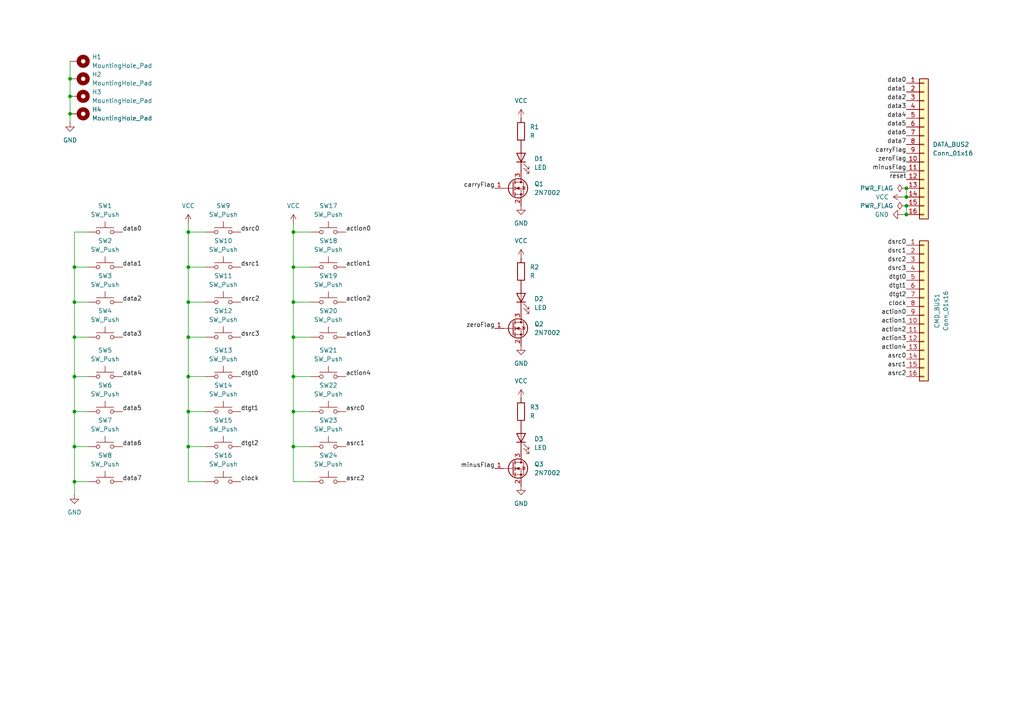
<source format=kicad_sch>
(kicad_sch (version 20250114) (generator "eeschema") (generator_version "9.0")
  (paper "A4")
  (title_block (title "PC-XX TEMPLATE") (rev "A"))
  (lib_symbols
    (symbol "Connector_Generic:Conn_01x16" (pin_names (offset 1.016) (hide yes))
      (property "Reference" "J" (at 0 20.32 0))
      (property "Value" "Conn_01x16" (at 0 -22.86 0))
      (symbol "Conn_01x16_1_1"
        (rectangle (start -1.27 19.05) (end 1.27 -21.59) (stroke (width 0.254)) (fill (type background)))
        (rectangle (start -1.27 17.907) (end 0 17.653) (stroke (width 0.1524)))
        (rectangle (start -1.27 15.367) (end 0 15.113) (stroke (width 0.1524)))
        (rectangle (start -1.27 12.827) (end 0 12.573) (stroke (width 0.1524)))
        (rectangle (start -1.27 10.287) (end 0 10.033) (stroke (width 0.1524)))
        (rectangle (start -1.27 7.747) (end 0 7.493) (stroke (width 0.1524)))
        (rectangle (start -1.27 5.207) (end 0 4.953) (stroke (width 0.1524)))
        (rectangle (start -1.27 2.667) (end 0 2.413) (stroke (width 0.1524)))
        (rectangle (start -1.27 0.127) (end 0 -0.127) (stroke (width 0.1524)))
        (rectangle (start -1.27 -2.413) (end 0 -2.667) (stroke (width 0.1524)))
        (rectangle (start -1.27 -4.953) (end 0 -5.207) (stroke (width 0.1524)))
        (rectangle (start -1.27 -7.493) (end 0 -7.747) (stroke (width 0.1524)))
        (rectangle (start -1.27 -10.033) (end 0 -10.287) (stroke (width 0.1524)))
        (rectangle (start -1.27 -12.573) (end 0 -12.827) (stroke (width 0.1524)))
        (rectangle (start -1.27 -15.113) (end 0 -15.367) (stroke (width 0.1524)))
        (rectangle (start -1.27 -17.653) (end 0 -17.907) (stroke (width 0.1524)))
        (rectangle (start -1.27 -20.193) (end 0 -20.447) (stroke (width 0.1524)))
        (pin passive line (at -5.08 17.78 0) (length 3.81) (name "Pin_1") (number "1"))
        (pin passive line (at -5.08 15.24 0) (length 3.81) (name "Pin_2") (number "2"))
        (pin passive line (at -5.08 12.7 0) (length 3.81) (name "Pin_3") (number "3"))
        (pin passive line (at -5.08 10.16 0) (length 3.81) (name "Pin_4") (number "4"))
        (pin passive line (at -5.08 7.62 0) (length 3.81) (name "Pin_5") (number "5"))
        (pin passive line (at -5.08 5.08 0) (length 3.81) (name "Pin_6") (number "6"))
        (pin passive line (at -5.08 2.54 0) (length 3.81) (name "Pin_7") (number "7"))
        (pin passive line (at -5.08 0 0) (length 3.81) (name "Pin_8") (number "8"))
        (pin passive line (at -5.08 -2.54 0) (length 3.81) (name "Pin_9") (number "9"))
        (pin passive line (at -5.08 -5.08 0) (length 3.81) (name "Pin_10") (number "10"))
        (pin passive line (at -5.08 -7.62 0) (length 3.81) (name "Pin_11") (number "11"))
        (pin passive line (at -5.08 -10.16 0) (length 3.81) (name "Pin_12") (number "12"))
        (pin passive line (at -5.08 -12.7 0) (length 3.81) (name "Pin_13") (number "13"))
        (pin passive line (at -5.08 -15.24 0) (length 3.81) (name "Pin_14") (number "14"))
        (pin passive line (at -5.08 -17.78 0) (length 3.81) (name "Pin_15") (number "15"))
        (pin passive line (at -5.08 -20.32 0) (length 3.81) (name "Pin_16") (number "16"))
      )
    )
    (symbol "Device:LED" (pin_numbers (hide yes)) (pin_names (offset 1.016) (hide yes))
      (property "Reference" "D" (at 0 2.54 0))
      (property "Value" "LED" (at 0 -2.54 0))
      (symbol "LED_0_1"
        (polyline (pts (xy -3.048 -0.762) (xy -4.572 -2.286) (xy -3.81 -2.286) (xy -4.572 -2.286) (xy -4.572 -1.524)))
        (polyline (pts (xy -1.778 -0.762) (xy -3.302 -2.286) (xy -2.54 -2.286) (xy -3.302 -2.286) (xy -3.302 -1.524)))
        (polyline (pts (xy -1.27 0) (xy 1.27 0)))
        (polyline (pts (xy -1.27 -1.27) (xy -1.27 1.27)) (stroke (width 0.254)))
        (polyline (pts (xy 1.27 -1.27) (xy 1.27 1.27) (xy -1.27 0) (xy 1.27 -1.27)) (stroke (width 0.254)))
      )
      (symbol "LED_1_1"
        (pin passive line (at -3.81 0 0) (length 2.54) (name "K") (number "1"))
        (pin passive line (at 3.81 0 180) (length 2.54) (name "A") (number "2"))
      )
    )
    (symbol "Device:R" (pin_numbers (hide yes)) (pin_names (offset 0))
      (property "Reference" "R" (at 2.032 0 90))
      (property "Value" "R" (at 0 0 90))
      (symbol "R_0_1"
        (rectangle (start -1.016 -2.54) (end 1.016 2.54) (stroke (width 0.254)))
      )
      (symbol "R_1_1"
        (pin passive line (at 0 3.81 270) (length 1.27) (name "~") (number "1"))
        (pin passive line (at 0 -3.81 90) (length 1.27) (name "~") (number "2"))
      )
    )
    (symbol "Mechanical:MountingHole_Pad" (pin_numbers (hide yes)) (pin_names (offset 1.016) (hide yes)) (exclude_from_sim yes) (in_bom no)
      (property "Reference" "H" (at 0 6.35 0))
      (property "Value" "MountingHole_Pad" (at 0 4.445 0))
      (symbol "MountingHole_Pad_0_1"
        (circle (center 0 1.27) (radius 1.27) (stroke (width 1.27)))
      )
      (symbol "MountingHole_Pad_1_1"
        (pin input line (at 0 -2.54 90) (length 2.54) (name "1") (number "1"))
      )
    )
    (symbol "Switch:SW_Push" (pin_numbers (hide yes)) (pin_names (offset 1.016) (hide yes))
      (property "Reference" "SW" (at 1.27 2.54 0))
      (property "Value" "SW_Push" (at 0 -1.524 0))
      (symbol "SW_Push_0_1"
        (circle (center -2.032 0) (radius 0.508))
        (polyline (pts (xy 0 1.27) (xy 0 3.048)))
        (circle (center 2.032 0) (radius 0.508))
        (polyline (pts (xy 2.54 1.27) (xy -2.54 1.27)))
        (pin passive line (at -5.08 0 0) (length 2.54) (name "1") (number "1"))
        (pin passive line (at 5.08 0 180) (length 2.54) (name "2") (number "2"))
      )
    )
    (symbol "Transistor_FET:2N7002" (pin_names (hide yes))
      (property "Reference" "Q" (at 5.08 1.905 0))
      (property "Value" "2N7002" (at 5.08 0 0))
      (symbol "2N7002_0_1"
        (polyline (pts (xy 0.254 1.905) (xy 0.254 -1.905)) (stroke (width 0.254)))
        (polyline (pts (xy 0.254 0) (xy -2.54 0)))
        (polyline (pts (xy 0.762 2.286) (xy 0.762 1.27)) (stroke (width 0.254)))
        (polyline (pts (xy 0.762 0.508) (xy 0.762 -0.508)) (stroke (width 0.254)))
        (polyline (pts (xy 0.762 -1.27) (xy 0.762 -2.286)) (stroke (width 0.254)))
        (polyline (pts (xy 0.762 -1.778) (xy 3.302 -1.778) (xy 3.302 1.778) (xy 0.762 1.778)))
        (polyline (pts (xy 1.016 0) (xy 2.032 0.381) (xy 2.032 -0.381) (xy 1.016 0)) (fill (type outline)))
        (circle (center 1.651 0) (radius 2.794) (stroke (width 0.254)))
        (polyline (pts (xy 2.54 2.54) (xy 2.54 1.778)))
        (circle (center 2.54 1.778) (radius 0.254) (fill (type outline)))
        (circle (center 2.54 -1.778) (radius 0.254) (fill (type outline)))
        (polyline (pts (xy 2.54 -2.54) (xy 2.54 0) (xy 0.762 0)))
        (polyline (pts (xy 2.794 0.508) (xy 2.921 0.381) (xy 3.683 0.381) (xy 3.81 0.254)))
        (polyline (pts (xy 3.302 0.381) (xy 2.921 -0.254) (xy 3.683 -0.254) (xy 3.302 0.381)))
      )
      (symbol "2N7002_1_1"
        (pin input line (at -5.08 0 0) (length 2.54) (name "G") (number "1"))
        (pin passive line (at 2.54 5.08 270) (length 2.54) (name "D") (number "3"))
        (pin passive line (at 2.54 -5.08 90) (length 2.54) (name "S") (number "2"))
      )
    )
    (symbol "power:GND" (power) (pin_numbers (hide yes)) (pin_names (offset 0) (hide yes))
      (property "Value" "GND" (at 0 -3.81 0))
      (symbol "GND_0_1"
        (polyline (pts (xy 0 0) (xy 0 -1.27) (xy 1.27 -1.27) (xy 0 -2.54) (xy -1.27 -1.27) (xy 0 -1.27)))
      )
      (symbol "GND_1_1"
        (pin power_in line (at 0 0 270) (length 0) (name "~") (number "1"))
      )
    )
    (symbol "power:PWR_FLAG" (power) (pin_numbers (hide yes)) (pin_names (offset 0) (hide yes))
      (property "Value" "PWR_FLAG" (at 0 3.81 0))
      (symbol "PWR_FLAG_0_0"
        (pin power_out line (at 0 0 90) (length 0) (name "~") (number "1"))
      )
      (symbol "PWR_FLAG_0_1"
        (polyline (pts (xy 0 0) (xy 0 1.27) (xy -1.016 1.905) (xy 0 2.54) (xy 1.016 1.905) (xy 0 1.27)))
      )
    )
    (symbol "power:VCC" (power) (pin_numbers (hide yes)) (pin_names (offset 0) (hide yes))
      (property "Value" "VCC" (at 0 3.556 0))
      (symbol "VCC_0_1"
        (polyline (pts (xy -0.762 1.27) (xy 0 2.54)))
        (polyline (pts (xy 0 2.54) (xy 0.762 1.27)))
        (polyline (pts (xy 0 0) (xy 0 2.54)))
      )
      (symbol "VCC_1_1"
        (pin power_in line (at 0 0 90) (length 0) (name "~") (number "1"))
      )
    )
  )
  (junction (at 21.59 77.47))
  (junction (at 54.61 129.54))
  (junction (at 54.61 109.22))
  (junction (at 85.09 109.22))
  (junction (at 54.61 87.63))
  (junction (at 85.09 67.31))
  (junction (at 54.61 67.31))
  (junction (at 20.32 33.02))
  (junction (at 262.89 59.69))
  (junction (at 20.32 27.94))
  (junction (at 21.59 97.79))
  (junction (at 262.89 54.61))
  (junction (at 85.09 129.54))
  (junction (at 85.09 97.79))
  (junction (at 85.09 119.38))
  (junction (at 21.59 139.7))
  (junction (at 20.32 22.86))
  (junction (at 85.09 77.47))
  (junction (at 262.89 57.15))
  (junction (at 262.89 62.23))
  (junction (at 21.59 119.38))
  (junction (at 54.61 77.47))
  (junction (at 21.59 87.63))
  (junction (at 54.61 119.38))
  (junction (at 21.59 129.54))
  (junction (at 85.09 87.63))
  (junction (at 21.59 109.22))
  (junction (at 54.61 97.79))
  (wire (pts (xy 25.4 139.7) (xy 21.59 139.7)))
  (wire (pts (xy 21.59 109.22) (xy 21.59 97.79)))
  (wire (pts (xy 85.09 67.31) (xy 85.09 77.47)))
  (wire (pts (xy 54.61 87.63) (xy 54.61 97.79)))
  (wire (pts (xy 85.09 87.63) (xy 90.17 87.63)))
  (wire (pts (xy 85.09 109.22) (xy 90.17 109.22)))
  (wire (pts (xy 21.59 129.54) (xy 25.4 129.54)))
  (wire (pts (xy 54.61 109.22) (xy 54.61 119.38)))
  (wire (pts (xy 54.61 97.79) (xy 54.61 109.22)))
  (wire (pts (xy 54.61 119.38) (xy 59.69 119.38)))
  (wire (pts (xy 85.09 129.54) (xy 85.09 139.7)))
  (wire (pts (xy 20.32 27.94) (xy 20.32 33.02)))
  (wire (pts (xy 20.32 17.78) (xy 20.32 22.86)))
  (wire (pts (xy 21.59 139.7) (xy 21.59 129.54)))
  (wire (pts (xy 54.61 119.38) (xy 54.61 129.54)))
  (wire (pts (xy 54.61 129.54) (xy 59.69 129.54)))
  (wire (pts (xy 54.61 77.47) (xy 54.61 87.63)))
  (wire (pts (xy 21.59 109.22) (xy 25.4 109.22)))
  (wire (pts (xy 54.61 129.54) (xy 54.61 139.7)))
  (wire (pts (xy 21.59 97.79) (xy 21.59 87.63)))
  (wire (pts (xy 21.59 87.63) (xy 25.4 87.63)))
  (wire (pts (xy 262.89 54.61) (xy 262.89 57.15)))
  (wire (pts (xy 85.09 77.47) (xy 90.17 77.47)))
  (wire (pts (xy 85.09 87.63) (xy 85.09 97.79)))
  (wire (pts (xy 21.59 77.47) (xy 21.59 67.31)))
  (wire (pts (xy 85.09 77.47) (xy 85.09 87.63)))
  (wire (pts (xy 21.59 139.7) (xy 21.59 143.51)))
  (wire (pts (xy 21.59 77.47) (xy 25.4 77.47)))
  (wire (pts (xy 85.09 119.38) (xy 90.17 119.38)))
  (wire (pts (xy 85.09 109.22) (xy 85.09 119.38)))
  (wire (pts (xy 261.62 62.23) (xy 262.89 62.23)))
  (wire (pts (xy 21.59 129.54) (xy 21.59 119.38)))
  (wire (pts (xy 85.09 97.79) (xy 90.17 97.79)))
  (wire (pts (xy 85.09 97.79) (xy 85.09 109.22)))
  (wire (pts (xy 85.09 129.54) (xy 90.17 129.54)))
  (wire (pts (xy 85.09 119.38) (xy 85.09 129.54)))
  (wire (pts (xy 59.69 67.31) (xy 54.61 67.31)))
  (wire (pts (xy 21.59 119.38) (xy 21.59 109.22)))
  (wire (pts (xy 21.59 87.63) (xy 21.59 77.47)))
  (wire (pts (xy 54.61 77.47) (xy 59.69 77.47)))
  (wire (pts (xy 21.59 67.31) (xy 25.4 67.31)))
  (wire (pts (xy 54.61 109.22) (xy 59.69 109.22)))
  (wire (pts (xy 262.89 59.69) (xy 262.89 62.23)))
  (wire (pts (xy 21.59 119.38) (xy 25.4 119.38)))
  (wire (pts (xy 85.09 64.77) (xy 85.09 67.31)))
  (wire (pts (xy 54.61 97.79) (xy 59.69 97.79)))
  (wire (pts (xy 54.61 139.7) (xy 59.69 139.7)))
  (wire (pts (xy 85.09 139.7) (xy 90.17 139.7)))
  (wire (pts (xy 54.61 64.77) (xy 54.61 67.31)))
  (wire (pts (xy 21.59 97.79) (xy 25.4 97.79)))
  (wire (pts (xy 54.61 87.63) (xy 59.69 87.63)))
  (wire (pts (xy 90.17 67.31) (xy 85.09 67.31)))
  (wire (pts (xy 20.32 35.56) (xy 20.32 33.02)))
  (wire (pts (xy 261.62 57.15) (xy 262.89 57.15)))
  (wire (pts (xy 20.32 22.86) (xy 20.32 27.94)))
  (wire (pts (xy 54.61 67.31) (xy 54.61 77.47)))
  (label "data7" (at 262.89 41.91 180))
  (label "data5" (at 35.56 119.38 0))
  (label "data0" (at 35.56 67.31 0))
  (label "dtgt2" (at 262.89 86.36 180))
  (label "clock" (at 262.89 88.9 180))
  (label "dsrc1" (at 262.89 73.66 180))
  (label "action3" (at 262.89 99.06 180))
  (label "data2" (at 262.89 29.21 180))
  (label "dtgt0" (at 69.85 109.22 0))
  (label "data2" (at 35.56 87.63 0))
  (label "zeroFlag" (at 143.51 95.25 180))
  (label "carryFlag" (at 143.51 54.61 180))
  (label "data4" (at 262.89 34.29 180))
  (label "action0" (at 100.33 67.31 0))
  (label "action1" (at 262.89 93.98 180))
  (label "action4" (at 262.89 101.6 180))
  (label "data6" (at 35.56 129.54 0))
  (label "action1" (at 100.33 77.47 0))
  (label "carryFlag" (at 262.89 44.45 180))
  (label "dtgt0" (at 262.89 81.28 180))
  (label "asrc2" (at 262.89 109.22 180))
  (label "action4" (at 100.33 109.22 0))
  (label "dtgt2" (at 69.85 129.54 0))
  (label "asrc2" (at 100.33 139.7 0))
  (label "asrc1" (at 100.33 129.54 0))
  (label "data4" (at 35.56 109.22 0))
  (label "data3" (at 262.89 31.75 180))
  (label "dtgt1" (at 69.85 119.38 0))
  (label "~{reset}" (at 262.89 52.07 180))
  (label "data3" (at 35.56 97.79 0))
  (label "data5" (at 262.89 36.83 180))
  (label "data7" (at 35.56 139.7 0))
  (label "data1" (at 35.56 77.47 0))
  (label "asrc0" (at 262.89 104.14 180))
  (label "data1" (at 262.89 26.67 180))
  (label "action2" (at 100.33 87.63 0))
  (label "action3" (at 100.33 97.79 0))
  (label "clock" (at 69.85 139.7 0))
  (label "minusFlag" (at 143.51 135.89 180))
  (label "dsrc3" (at 69.85 97.79 0))
  (label "minusFlag" (at 262.89 49.53 180))
  (label "asrc0" (at 100.33 119.38 0))
  (label "dsrc2" (at 262.89 76.2 180))
  (label "asrc1" (at 262.89 106.68 180))
  (label "data6" (at 262.89 39.37 180))
  (label "zeroFlag" (at 262.89 46.99 180))
  (label "action2" (at 262.89 96.52 180))
  (label "dsrc2" (at 69.85 87.63 0))
  (label "data0" (at 262.89 24.13 180))
  (label "dsrc3" (at 262.89 78.74 180))
  (label "action0" (at 262.89 91.44 180))
  (label "dsrc0" (at 262.89 71.12 180))
  (label "dtgt1" (at 262.89 83.82 180))
  (label "dsrc0" (at 69.85 67.31 0))
  (label "dsrc1" (at 69.85 77.47 0))
  (symbol (lib_id "Switch:SW_Push") (at 95.25 109.22 0) (unit 1)
    (property "Reference" "SW21" (at 95.25 101.6 0))
    (property "Value" "SW_Push" (at 95.25 104.14 0))
    (property "Footprint" "Button_Switch_THT:SW_PUSH_6mm" (effects (hide yes)))
    (property "Description" "Push button switch, generic, two pins" (effects (hide yes)))
  )
  (symbol (lib_id "power:GND") (at 261.62 62.23 270) (unit 1)
    (property "Reference" "#PWR024" (effects (hide yes)))
    (property "Value" "GND" (at 257.81 62.2299 90) (effects (justify right)))
    (property "Description" "Power symbol creates a global label with name \"GND\" , ground" (effects (hide yes)))
  )
  (symbol (lib_id "power:PWR_FLAG") (at 262.89 54.61 90) (unit 1)
    (property "Reference" "#FLG03" (effects (hide yes)))
    (property "Value" "PWR_FLAG" (at 259.08 54.6099 90) (effects (justify left)))
    (property "Description" "Special symbol for telling ERC where power comes from" (effects (hide yes)))
  )
  (symbol (lib_id "Connector_Generic:Conn_01x16") (at 267.97 88.9 0) (unit 1)
    (property "Reference" "CMD_BUS1" (at 271.78 90.17 90))
    (property "Value" "Conn_01x16" (at 274.32 90.17 90))
    (property "Footprint" "Connector_IDC:IDC-Header_2x08_P2.54mm_Vertical" (effects (hide yes)))
    (property "Description" "Generic connector, single row, 01x16, script generated (kicad-library-utils/schlib/autogen/connector/)" (effects (hide yes)))
  )
  (symbol (lib_id "power:VCC") (at 151.13 74.93 0) (unit 1)
    (property "Reference" "#PWR026" (effects (hide yes)))
    (property "Value" "VCC" (at 151.13 69.85 0))
    (property "Description" "Power symbol creates a global label with name \"VCC\"" (effects (hide yes)))
  )
  (symbol (lib_id "Switch:SW_Push") (at 30.48 87.63 0) (unit 1)
    (property "Reference" "SW3" (at 30.48 80.01 0))
    (property "Value" "SW_Push" (at 30.48 82.55 0))
    (property "Footprint" "Button_Switch_THT:SW_PUSH_6mm" (effects (hide yes)))
    (property "Description" "Push button switch, generic, two pins" (effects (hide yes)))
  )
  (symbol (lib_id "Switch:SW_Push") (at 64.77 109.22 0) (unit 1)
    (property "Reference" "SW13" (at 64.77 101.6 0))
    (property "Value" "SW_Push" (at 64.77 104.14 0))
    (property "Footprint" "Button_Switch_THT:SW_PUSH_6mm" (effects (hide yes)))
    (property "Description" "Push button switch, generic, two pins" (effects (hide yes)))
  )
  (symbol (lib_id "Switch:SW_Push") (at 30.48 109.22 0) (unit 1)
    (property "Reference" "SW5" (at 30.48 101.6 0))
    (property "Value" "SW_Push" (at 30.48 104.14 0))
    (property "Footprint" "Button_Switch_THT:SW_PUSH_6mm" (effects (hide yes)))
    (property "Description" "Push button switch, generic, two pins" (effects (hide yes)))
  )
  (symbol (lib_id "Switch:SW_Push") (at 64.77 139.7 0) (unit 1)
    (property "Reference" "SW16" (at 64.77 132.08 0))
    (property "Value" "SW_Push" (at 64.77 134.62 0))
    (property "Footprint" "Button_Switch_THT:SW_PUSH_6mm" (effects (hide yes)))
    (property "Description" "Push button switch, generic, two pins" (effects (hide yes)))
  )
  (symbol (lib_id "power:PWR_FLAG") (at 262.89 59.69 90) (unit 1)
    (property "Reference" "#FLG04" (effects (hide yes)))
    (property "Value" "PWR_FLAG" (at 259.08 59.6899 90) (effects (justify left)))
    (property "Description" "Special symbol for telling ERC where power comes from" (effects (hide yes)))
  )
  (symbol (lib_id "Switch:SW_Push") (at 95.25 129.54 0) (unit 1)
    (property "Reference" "SW23" (at 95.25 121.92 0))
    (property "Value" "SW_Push" (at 95.25 124.46 0))
    (property "Footprint" "Button_Switch_THT:SW_PUSH_6mm" (effects (hide yes)))
    (property "Description" "Push button switch, generic, two pins" (effects (hide yes)))
  )
  (symbol (lib_id "power:VCC") (at 54.61 64.77 0) (unit 1)
    (property "Reference" "#PWR02" (effects (hide yes)))
    (property "Value" "VCC" (at 54.61 59.69 0))
    (property "Description" "Power symbol creates a global label with name \"VCC\"" (effects (hide yes)))
  )
  (symbol (lib_id "Device:LED") (at 151.13 45.72 90) (unit 1)
    (property "Reference" "D1" (at 154.94 46.0374 90) (effects (justify right)))
    (property "Value" "LED" (at 154.94 48.5774 90) (effects (justify right)))
    (property "Footprint" "LED_SMD:LED_0603_1608Metric" (effects (hide yes)))
    (property "Description" "Light emitting diode" (effects (hide yes)))
    (property "Sim.Pins" "1=K 2=A" (effects (hide yes)))
  )
  (symbol (lib_id "Device:R") (at 151.13 78.74 0) (unit 1)
    (property "Reference" "R2" (at 153.67 77.4699 0) (effects (justify left)))
    (property "Value" "R" (at 153.67 80.0099 0) (effects (justify left)))
    (property "Footprint" "Resistor_SMD:R_0603_1608Metric" (effects (hide yes)))
    (property "Description" "Resistor" (effects (hide yes)))
  )
  (symbol (lib_id "Switch:SW_Push") (at 95.25 87.63 0) (unit 1)
    (property "Reference" "SW19" (at 95.25 80.01 0))
    (property "Value" "SW_Push" (at 95.25 82.55 0))
    (property "Footprint" "Button_Switch_THT:SW_PUSH_6mm" (effects (hide yes)))
    (property "Description" "Push button switch, generic, two pins" (effects (hide yes)))
  )
  (symbol (lib_id "Switch:SW_Push") (at 95.25 77.47 0) (unit 1)
    (property "Reference" "SW18" (at 95.25 69.85 0))
    (property "Value" "SW_Push" (at 95.25 72.39 0))
    (property "Footprint" "Button_Switch_THT:SW_PUSH_6mm" (effects (hide yes)))
    (property "Description" "Push button switch, generic, two pins" (effects (hide yes)))
  )
  (symbol (lib_id "Switch:SW_Push") (at 64.77 119.38 0) (unit 1)
    (property "Reference" "SW14" (at 64.77 111.76 0))
    (property "Value" "SW_Push" (at 64.77 114.3 0))
    (property "Footprint" "Button_Switch_THT:SW_PUSH_6mm" (effects (hide yes)))
    (property "Description" "Push button switch, generic, two pins" (effects (hide yes)))
  )
  (symbol (lib_id "power:GND") (at 151.13 100.33 0) (unit 1)
    (property "Reference" "#PWR028" (effects (hide yes)))
    (property "Value" "GND" (at 151.13 105.41 0))
    (property "Description" "Power symbol creates a global label with name \"GND\" , ground" (effects (hide yes)))
  )
  (symbol (lib_id "power:GND") (at 151.13 140.97 0) (unit 1)
    (property "Reference" "#PWR030" (effects (hide yes)))
    (property "Value" "GND" (at 151.13 146.05 0))
    (property "Description" "Power symbol creates a global label with name \"GND\" , ground" (effects (hide yes)))
  )
  (symbol (lib_id "Switch:SW_Push") (at 95.25 97.79 0) (unit 1)
    (property "Reference" "SW20" (at 95.25 90.17 0))
    (property "Value" "SW_Push" (at 95.25 92.71 0))
    (property "Footprint" "Button_Switch_THT:SW_PUSH_6mm" (effects (hide yes)))
    (property "Description" "Push button switch, generic, two pins" (effects (hide yes)))
  )
  (symbol (lib_id "Transistor_FET:2N7002") (at 148.59 135.89 0) (unit 1)
    (property "Reference" "Q3" (at 154.94 134.6199 0) (effects (justify left)))
    (property "Value" "2N7002" (at 154.94 137.1599 0) (effects (justify left)))
    (property "Footprint" "Package_TO_SOT_SMD:SOT-23" (effects (hide yes)))
    (property "Datasheet" "https://www.onsemi.com/pub/Collateral/NDS7002A-D.PDF" (effects (hide yes)))
    (property "Description" "0.115A Id, 60V Vds, N-Channel MOSFET, SOT-23" (effects (hide yes)))
  )
  (symbol (lib_id "Mechanical:MountingHole_Pad") (at 22.86 22.86 270) (unit 1) (exclude_from_sim yes) (in_bom no)
    (property "Reference" "H2" (at 26.67 21.5899 90) (effects (justify left)))
    (property "Value" "MountingHole_Pad" (at 26.67 24.1299 90) (effects (justify left)))
    (property "Footprint" "MountingHole:MountingHole_3.2mm_M3_Pad_Via" (effects (hide yes)))
    (property "Description" "Mounting Hole with connection" (effects (hide yes)))
  )
  (symbol (lib_id "Switch:SW_Push") (at 64.77 129.54 0) (unit 1)
    (property "Reference" "SW15" (at 64.77 121.92 0))
    (property "Value" "SW_Push" (at 64.77 124.46 0))
    (property "Footprint" "Button_Switch_THT:SW_PUSH_6mm" (effects (hide yes)))
    (property "Description" "Push button switch, generic, two pins" (effects (hide yes)))
  )
  (symbol (lib_id "power:GND") (at 151.13 59.69 0) (unit 1)
    (property "Reference" "#PWR027" (effects (hide yes)))
    (property "Value" "GND" (at 151.13 64.77 0))
    (property "Description" "Power symbol creates a global label with name \"GND\" , ground" (effects (hide yes)))
  )
  (symbol (lib_id "power:VCC") (at 151.13 34.29 0) (unit 1)
    (property "Reference" "#PWR025" (effects (hide yes)))
    (property "Value" "VCC" (at 151.13 29.21 0))
    (property "Description" "Power symbol creates a global label with name \"VCC\"" (effects (hide yes)))
  )
  (symbol (lib_id "Switch:SW_Push") (at 64.77 77.47 0) (unit 1)
    (property "Reference" "SW10" (at 64.77 69.85 0))
    (property "Value" "SW_Push" (at 64.77 72.39 0))
    (property "Footprint" "Button_Switch_THT:SW_PUSH_6mm" (effects (hide yes)))
    (property "Description" "Push button switch, generic, two pins" (effects (hide yes)))
  )
  (symbol (lib_id "Mechanical:MountingHole_Pad") (at 22.86 17.78 270) (unit 1) (exclude_from_sim yes) (in_bom no)
    (property "Reference" "H1" (at 26.67 16.5099 90) (effects (justify left)))
    (property "Value" "MountingHole_Pad" (at 26.67 19.0499 90) (effects (justify left)))
    (property "Footprint" "MountingHole:MountingHole_3.2mm_M3_Pad_Via" (effects (hide yes)))
    (property "Description" "Mounting Hole with connection" (effects (hide yes)))
  )
  (symbol (lib_id "power:GND") (at 21.59 143.51 0) (unit 1)
    (property "Reference" "#PWR01" (effects (hide yes)))
    (property "Value" "GND" (at 21.59 148.59 0))
    (property "Description" "Power symbol creates a global label with name \"GND\" , ground" (effects (hide yes)))
  )
  (symbol (lib_id "Switch:SW_Push") (at 30.48 97.79 0) (unit 1)
    (property "Reference" "SW4" (at 30.48 90.17 0))
    (property "Value" "SW_Push" (at 30.48 92.71 0))
    (property "Footprint" "Button_Switch_THT:SW_PUSH_6mm" (effects (hide yes)))
    (property "Description" "Push button switch, generic, two pins" (effects (hide yes)))
  )
  (symbol (lib_id "power:GND") (at 20.32 35.56 0) (unit 1)
    (property "Reference" "#PWR013" (effects (hide yes)))
    (property "Value" "GND" (at 20.32 40.64 0))
    (property "Description" "Power symbol creates a global label with name \"GND\" , ground" (effects (hide yes)))
  )
  (symbol (lib_id "Device:LED") (at 151.13 127 90) (unit 1)
    (property "Reference" "D3" (at 154.94 127.3174 90) (effects (justify right)))
    (property "Value" "LED" (at 154.94 129.8574 90) (effects (justify right)))
    (property "Footprint" "LED_SMD:LED_0603_1608Metric" (effects (hide yes)))
    (property "Description" "Light emitting diode" (effects (hide yes)))
    (property "Sim.Pins" "1=K 2=A" (effects (hide yes)))
  )
  (symbol (lib_id "Switch:SW_Push") (at 30.48 139.7 0) (unit 1)
    (property "Reference" "SW8" (at 30.48 132.08 0))
    (property "Value" "SW_Push" (at 30.48 134.62 0))
    (property "Footprint" "Button_Switch_THT:SW_PUSH_6mm" (effects (hide yes)))
    (property "Description" "Push button switch, generic, two pins" (effects (hide yes)))
  )
  (symbol (lib_id "Switch:SW_Push") (at 64.77 67.31 0) (unit 1)
    (property "Reference" "SW9" (at 64.77 59.69 0))
    (property "Value" "SW_Push" (at 64.77 62.23 0))
    (property "Footprint" "Button_Switch_THT:SW_PUSH_6mm" (effects (hide yes)))
    (property "Description" "Push button switch, generic, two pins" (effects (hide yes)))
  )
  (symbol (lib_id "power:VCC") (at 261.62 57.15 90) (unit 1)
    (property "Reference" "#PWR023" (effects (hide yes)))
    (property "Value" "VCC" (at 257.81 57.1499 90) (effects (justify left)))
    (property "Description" "Power symbol creates a global label with name \"VCC\"" (effects (hide yes)))
  )
  (symbol (lib_id "Transistor_FET:2N7002") (at 148.59 95.25 0) (unit 1)
    (property "Reference" "Q2" (at 154.94 93.9799 0) (effects (justify left)))
    (property "Value" "2N7002" (at 154.94 96.5199 0) (effects (justify left)))
    (property "Footprint" "Package_TO_SOT_SMD:SOT-23" (effects (hide yes)))
    (property "Datasheet" "https://www.onsemi.com/pub/Collateral/NDS7002A-D.PDF" (effects (hide yes)))
    (property "Description" "0.115A Id, 60V Vds, N-Channel MOSFET, SOT-23" (effects (hide yes)))
  )
  (symbol (lib_id "Switch:SW_Push") (at 30.48 67.31 0) (unit 1)
    (property "Reference" "SW1" (at 30.48 59.69 0))
    (property "Value" "SW_Push" (at 30.48 62.23 0))
    (property "Footprint" "Button_Switch_THT:SW_PUSH_6mm" (effects (hide yes)))
    (property "Description" "Push button switch, generic, two pins" (effects (hide yes)))
  )
  (symbol (lib_id "Mechanical:MountingHole_Pad") (at 22.86 27.94 270) (unit 1) (exclude_from_sim yes) (in_bom no)
    (property "Reference" "H3" (at 26.67 26.6699 90) (effects (justify left)))
    (property "Value" "MountingHole_Pad" (at 26.67 29.2099 90) (effects (justify left)))
    (property "Footprint" "MountingHole:MountingHole_3.2mm_M3_Pad_Via" (effects (hide yes)))
    (property "Description" "Mounting Hole with connection" (effects (hide yes)))
  )
  (symbol (lib_id "Transistor_FET:2N7002") (at 148.59 54.61 0) (unit 1)
    (property "Reference" "Q1" (at 154.94 53.3399 0) (effects (justify left)))
    (property "Value" "2N7002" (at 154.94 55.8799 0) (effects (justify left)))
    (property "Footprint" "Package_TO_SOT_SMD:SOT-23" (effects (hide yes)))
    (property "Datasheet" "https://www.onsemi.com/pub/Collateral/NDS7002A-D.PDF" (effects (hide yes)))
    (property "Description" "0.115A Id, 60V Vds, N-Channel MOSFET, SOT-23" (effects (hide yes)))
  )
  (symbol (lib_id "Switch:SW_Push") (at 95.25 139.7 0) (unit 1)
    (property "Reference" "SW24" (at 95.25 132.08 0))
    (property "Value" "SW_Push" (at 95.25 134.62 0))
    (property "Footprint" "Button_Switch_THT:SW_PUSH_6mm" (effects (hide yes)))
    (property "Description" "Push button switch, generic, two pins" (effects (hide yes)))
  )
  (symbol (lib_id "Device:LED") (at 151.13 86.36 90) (unit 1)
    (property "Reference" "D2" (at 154.94 86.6774 90) (effects (justify right)))
    (property "Value" "LED" (at 154.94 89.2174 90) (effects (justify right)))
    (property "Footprint" "LED_SMD:LED_0603_1608Metric" (effects (hide yes)))
    (property "Description" "Light emitting diode" (effects (hide yes)))
    (property "Sim.Pins" "1=K 2=A" (effects (hide yes)))
  )
  (symbol (lib_id "Device:R") (at 151.13 38.1 0) (unit 1)
    (property "Reference" "R1" (at 153.67 36.8299 0) (effects (justify left)))
    (property "Value" "R" (at 153.67 39.3699 0) (effects (justify left)))
    (property "Footprint" "Resistor_SMD:R_0603_1608Metric" (effects (hide yes)))
    (property "Description" "Resistor" (effects (hide yes)))
  )
  (symbol (lib_id "Mechanical:MountingHole_Pad") (at 22.86 33.02 270) (unit 1) (exclude_from_sim yes) (in_bom no)
    (property "Reference" "H4" (at 26.67 31.7499 90) (effects (justify left)))
    (property "Value" "MountingHole_Pad" (at 26.67 34.2899 90) (effects (justify left)))
    (property "Footprint" "MountingHole:MountingHole_3.2mm_M3_Pad_Via" (effects (hide yes)))
    (property "Description" "Mounting Hole with connection" (effects (hide yes)))
  )
  (symbol (lib_id "Switch:SW_Push") (at 95.25 67.31 0) (unit 1)
    (property "Reference" "SW17" (at 95.25 59.69 0))
    (property "Value" "SW_Push" (at 95.25 62.23 0))
    (property "Footprint" "Button_Switch_THT:SW_PUSH_6mm" (effects (hide yes)))
    (property "Description" "Push button switch, generic, two pins" (effects (hide yes)))
  )
  (symbol (lib_id "Switch:SW_Push") (at 30.48 119.38 0) (unit 1)
    (property "Reference" "SW6" (at 30.48 111.76 0))
    (property "Value" "SW_Push" (at 30.48 114.3 0))
    (property "Footprint" "Button_Switch_THT:SW_PUSH_6mm" (effects (hide yes)))
    (property "Description" "Push button switch, generic, two pins" (effects (hide yes)))
  )
  (symbol (lib_id "Device:R") (at 151.13 119.38 0) (unit 1)
    (property "Reference" "R3" (at 153.67 118.1099 0) (effects (justify left)))
    (property "Value" "R" (at 153.67 120.6499 0) (effects (justify left)))
    (property "Footprint" "Resistor_SMD:R_0603_1608Metric" (effects (hide yes)))
    (property "Description" "Resistor" (effects (hide yes)))
  )
  (symbol (lib_id "Switch:SW_Push") (at 64.77 97.79 0) (unit 1)
    (property "Reference" "SW12" (at 64.77 90.17 0))
    (property "Value" "SW_Push" (at 64.77 92.71 0))
    (property "Footprint" "Button_Switch_THT:SW_PUSH_6mm" (effects (hide yes)))
    (property "Description" "Push button switch, generic, two pins" (effects (hide yes)))
  )
  (symbol (lib_id "Connector_Generic:Conn_01x16") (at 267.97 41.91 0) (unit 1)
    (property "Reference" "DATA_BUS2" (at 270.51 41.9099 0) (effects (justify left)))
    (property "Value" "Conn_01x16" (at 270.51 44.4499 0) (effects (justify left)))
    (property "Footprint" "Connector_IDC:IDC-Header_2x08_P2.54mm_Vertical" (effects (hide yes)))
    (property "Description" "Generic connector, single row, 01x16, script generated (kicad-library-utils/schlib/autogen/connector/)" (effects (hide yes)))
  )
  (symbol (lib_id "power:VCC") (at 85.09 64.77 0) (unit 1)
    (property "Reference" "#PWR03" (effects (hide yes)))
    (property "Value" "VCC" (at 85.09 59.69 0))
    (property "Description" "Power symbol creates a global label with name \"VCC\"" (effects (hide yes)))
  )
  (symbol (lib_id "Switch:SW_Push") (at 30.48 129.54 0) (unit 1)
    (property "Reference" "SW7" (at 30.48 121.92 0))
    (property "Value" "SW_Push" (at 30.48 124.46 0))
    (property "Footprint" "Button_Switch_THT:SW_PUSH_6mm" (effects (hide yes)))
    (property "Description" "Push button switch, generic, two pins" (effects (hide yes)))
  )
  (symbol (lib_id "Switch:SW_Push") (at 64.77 87.63 0) (unit 1)
    (property "Reference" "SW11" (at 64.77 80.01 0))
    (property "Value" "SW_Push" (at 64.77 82.55 0))
    (property "Footprint" "Button_Switch_THT:SW_PUSH_6mm" (effects (hide yes)))
    (property "Description" "Push button switch, generic, two pins" (effects (hide yes)))
  )
  (symbol (lib_id "Switch:SW_Push") (at 95.25 119.38 0) (unit 1)
    (property "Reference" "SW22" (at 95.25 111.76 0))
    (property "Value" "SW_Push" (at 95.25 114.3 0))
    (property "Footprint" "Button_Switch_THT:SW_PUSH_6mm" (effects (hide yes)))
    (property "Description" "Push button switch, generic, two pins" (effects (hide yes)))
  )
  (symbol (lib_id "Switch:SW_Push") (at 30.48 77.47 0) (unit 1)
    (property "Reference" "SW2" (at 30.48 69.85 0))
    (property "Value" "SW_Push" (at 30.48 72.39 0))
    (property "Footprint" "Button_Switch_THT:SW_PUSH_6mm" (effects (hide yes)))
    (property "Description" "Push button switch, generic, two pins" (effects (hide yes)))
  )
  (symbol (lib_id "power:VCC") (at 151.13 115.57 0) (unit 1)
    (property "Reference" "#PWR029" (effects (hide yes)))
    (property "Value" "VCC" (at 151.13 110.49 0))
    (property "Description" "Power symbol creates a global label with name \"VCC\"" (effects (hide yes)))
  )
)
</source>
